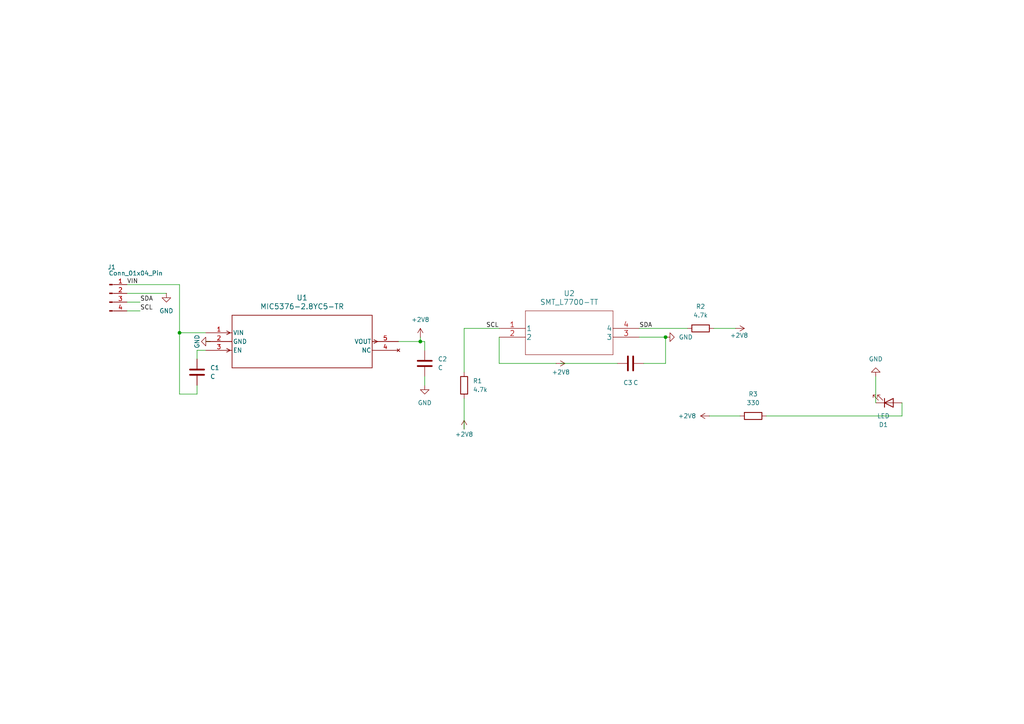
<source format=kicad_sch>
(kicad_sch (version 20250114) (generator "eeschema") (generator_version "9.0")
  (paper "A4")
  (lib_symbols
    (symbol "2026-01-29_01-01-31:MIC5376-2.8YC5-TR" (pin_names (offset 0.254))
      (property "Reference" "U" (at 27.94 10.16 0))
      (property "Value" "MIC5376-2.8YC5-TR" (at 27.94 7.62 0))
      (symbol "MIC5376-2.8YC5-TR_0_1"
        (polyline (pts (xy 7.0993 0) (xy 6.0579 0.5207)) (stroke (width 0.2032)))
        (polyline (pts (xy 7.0993 0) (xy 6.0579 -0.5207)) (stroke (width 0.2032)))
        (polyline (pts (xy 7.0993 -5.08) (xy 6.0579 -4.5593)) (stroke (width 0.2032)))
        (polyline (pts (xy 7.0993 -5.08) (xy 6.0579 -5.6007)) (stroke (width 0.2032)))
        (polyline (pts (xy 7.62 5.08) (xy 7.62 -10.16)) (stroke (width 0.2032)))
        (polyline (pts (xy 7.62 -10.16) (xy 48.26 -10.16)) (stroke (width 0.2032)))
        (polyline (pts (xy 48.26 5.08) (xy 7.62 5.08)) (stroke (width 0.2032)))
        (polyline (pts (xy 48.26 -10.16) (xy 48.26 5.08)) (stroke (width 0.2032)))
        (polyline (pts (xy 48.7807 -2.0193) (xy 49.8221 -2.54)) (stroke (width 0.2032)))
        (polyline (pts (xy 48.7807 -3.0607) (xy 49.8221 -2.54)) (stroke (width 0.2032)))
        (pin input line (at 0 0 0) (length 7.62) (name "VIN") (number "1"))
        (pin power_in line (at 0 -2.54 0) (length 7.62) (name "GND") (number "2"))
        (pin input line (at 0 -5.08 0) (length 7.62) (name "EN") (number "3"))
        (pin output line (at 55.88 -2.54 180) (length 7.62) (name "VOUT") (number "5"))
        (pin no_connect line (at 55.88 -5.08 180) (length 7.62) (name "NC") (number "4"))
      )
    )
    (symbol "Connector:Conn_01x04_Pin" (pin_names (offset 1.016) (hide yes))
      (property "Reference" "J" (at 0 5.08 0))
      (property "Value" "Conn_01x04_Pin" (at 0 -7.62 0))
      (symbol "Conn_01x04_Pin_1_1"
        (rectangle (start 0.8636 2.667) (end 0 2.413) (stroke (width 0.1524)) (fill (type outline)))
        (rectangle (start 0.8636 0.127) (end 0 -0.127) (stroke (width 0.1524)) (fill (type outline)))
        (rectangle (start 0.8636 -2.413) (end 0 -2.667) (stroke (width 0.1524)) (fill (type outline)))
        (rectangle (start 0.8636 -4.953) (end 0 -5.207) (stroke (width 0.1524)) (fill (type outline)))
        (polyline (pts (xy 1.27 2.54) (xy 0.8636 2.54)) (stroke (width 0.1524)))
        (polyline (pts (xy 1.27 0) (xy 0.8636 0)) (stroke (width 0.1524)))
        (polyline (pts (xy 1.27 -2.54) (xy 0.8636 -2.54)) (stroke (width 0.1524)))
        (polyline (pts (xy 1.27 -5.08) (xy 0.8636 -5.08)) (stroke (width 0.1524)))
        (pin passive line (at 5.08 2.54 180) (length 3.81) (name "Pin_1") (number "1"))
        (pin passive line (at 5.08 0 180) (length 3.81) (name "Pin_2") (number "2"))
        (pin passive line (at 5.08 -2.54 180) (length 3.81) (name "Pin_3") (number "3"))
        (pin passive line (at 5.08 -5.08 180) (length 3.81) (name "Pin_4") (number "4"))
      )
    )
    (symbol "Device:C" (pin_numbers (hide yes)) (pin_names (offset 0.254))
      (property "Reference" "C" (at 0.635 2.54 0))
      (property "Value" "C" (at 0.635 -2.54 0))
      (symbol "C_0_1"
        (polyline (pts (xy -2.032 0.762) (xy 2.032 0.762)) (stroke (width 0.508)))
        (polyline (pts (xy -2.032 -0.762) (xy 2.032 -0.762)) (stroke (width 0.508)))
      )
      (symbol "C_1_1"
        (pin passive line (at 0 3.81 270) (length 2.794) (name "~") (number "1"))
        (pin passive line (at 0 -3.81 90) (length 2.794) (name "~") (number "2"))
      )
    )
    (symbol "Device:LED" (pin_numbers (hide yes)) (pin_names (offset 1.016) (hide yes))
      (property "Reference" "D" (at 0 2.54 0))
      (property "Value" "LED" (at 0 -2.54 0))
      (symbol "LED_0_1"
        (polyline (pts (xy -3.048 -0.762) (xy -4.572 -2.286) (xy -3.81 -2.286) (xy -4.572 -2.286) (xy -4.572 -1.524)))
        (polyline (pts (xy -1.778 -0.762) (xy -3.302 -2.286) (xy -2.54 -2.286) (xy -3.302 -2.286) (xy -3.302 -1.524)))
        (polyline (pts (xy -1.27 0) (xy 1.27 0)))
        (polyline (pts (xy -1.27 -1.27) (xy -1.27 1.27)) (stroke (width 0.254)))
        (polyline (pts (xy 1.27 -1.27) (xy 1.27 1.27) (xy -1.27 0) (xy 1.27 -1.27)) (stroke (width 0.254)))
      )
      (symbol "LED_1_1"
        (pin passive line (at -3.81 0 0) (length 2.54) (name "K") (number "1"))
        (pin passive line (at 3.81 0 180) (length 2.54) (name "A") (number "2"))
      )
    )
    (symbol "Device:R" (pin_numbers (hide yes)) (pin_names (offset 0))
      (property "Reference" "R" (at 2.032 0 90))
      (property "Value" "R" (at 0 0 90))
      (symbol "R_0_1"
        (rectangle (start -1.016 -2.54) (end 1.016 2.54) (stroke (width 0.254)))
      )
      (symbol "R_1_1"
        (pin passive line (at 0 3.81 270) (length 1.27) (name "~") (number "1"))
        (pin passive line (at 0 -3.81 90) (length 1.27) (name "~") (number "2"))
      )
    )
    (symbol "power:+2V8" (power) (pin_numbers (hide yes)) (pin_names (offset 0) (hide yes))
      (property "Value" "+2V8" (at 0 3.556 0))
      (symbol "+2V8_0_1"
        (polyline (pts (xy -0.762 1.27) (xy 0 2.54)))
        (polyline (pts (xy 0 2.54) (xy 0.762 1.27)))
        (polyline (pts (xy 0 0) (xy 0 2.54)))
      )
      (symbol "+2V8_1_1"
        (pin power_in line (at 0 0 90) (length 0) (name "~") (number "1"))
      )
    )
    (symbol "power:GND" (power) (pin_numbers (hide yes)) (pin_names (offset 0) (hide yes))
      (property "Value" "GND" (at 0 -3.81 0))
      (symbol "GND_0_1"
        (polyline (pts (xy 0 0) (xy 0 -1.27) (xy 1.27 -1.27) (xy 0 -2.54) (xy -1.27 -1.27) (xy 0 -1.27)))
      )
      (symbol "GND_1_1"
        (pin power_in line (at 0 0 270) (length 0) (name "~") (number "1"))
      )
    )
    (symbol "veml7700:SMT_L7700-TT" (pin_names (offset 0.254))
      (property "Reference" "U" (at 20.32 10.16 0))
      (property "Value" "SMT_L7700-TT" (at 20.32 7.62 0))
      (symbol "SMT_L7700-TT_1_1"
        (polyline (pts (xy 7.62 5.08) (xy 7.62 -7.62)) (stroke (width 0.127)))
        (polyline (pts (xy 7.62 -7.62) (xy 33.02 -7.62)) (stroke (width 0.127)))
        (polyline (pts (xy 33.02 5.08) (xy 7.62 5.08)) (stroke (width 0.127)))
        (polyline (pts (xy 33.02 -7.62) (xy 33.02 5.08)) (stroke (width 0.127)))
        (pin unspecified line (at 0 0 0) (length 7.62) (name "1") (number "1"))
        (pin unspecified line (at 0 -2.54 0) (length 7.62) (name "2") (number "2"))
        (pin unspecified line (at 40.64 0 180) (length 7.62) (name "4") (number "4"))
        (pin unspecified line (at 40.64 -2.54 180) (length 7.62) (name "3") (number "3"))
      )
    )
  )
  (junction (at 193.04 97.79))
  (junction (at 121.92 99.06))
  (junction (at 52.07 96.52))
  (wire (pts (xy 115.57 99.06) (xy 121.92 99.06)))
  (wire (pts (xy 134.62 115.57) (xy 134.62 124.46)))
  (wire (pts (xy 144.78 105.41) (xy 161.29 105.41)))
  (wire (pts (xy 57.15 101.6) (xy 59.69 101.6)))
  (wire (pts (xy 254 109.22) (xy 254 116.84)))
  (wire (pts (xy 60.96 99.06) (xy 59.69 99.06)))
  (wire (pts (xy 185.42 97.79) (xy 193.04 97.79)))
  (wire (pts (xy 261.62 116.84) (xy 261.62 120.65)))
  (wire (pts (xy 52.07 114.3) (xy 57.15 114.3)))
  (wire (pts (xy 36.83 90.17) (xy 40.64 90.17)))
  (wire (pts (xy 52.07 96.52) (xy 52.07 114.3)))
  (wire (pts (xy 52.07 96.52) (xy 59.69 96.52)))
  (wire (pts (xy 36.83 85.09) (xy 48.26 85.09)))
  (wire (pts (xy 134.62 95.25) (xy 134.62 107.95)))
  (wire (pts (xy 144.78 97.79) (xy 144.78 105.41)))
  (wire (pts (xy 36.83 82.55) (xy 52.07 82.55)))
  (wire (pts (xy 144.78 95.25) (xy 134.62 95.25)))
  (wire (pts (xy 261.62 120.65) (xy 222.25 120.65)))
  (wire (pts (xy 36.83 87.63) (xy 40.64 87.63)))
  (wire (pts (xy 123.19 109.22) (xy 123.19 111.76)))
  (wire (pts (xy 121.92 99.06) (xy 121.92 97.79)))
  (wire (pts (xy 205.74 120.65) (xy 214.63 120.65)))
  (wire (pts (xy 57.15 104.14) (xy 57.15 101.6)))
  (wire (pts (xy 185.42 95.25) (xy 199.39 95.25)))
  (wire (pts (xy 162.56 105.41) (xy 179.07 105.41)))
  (wire (pts (xy 52.07 82.55) (xy 52.07 96.52)))
  (wire (pts (xy 193.04 105.41) (xy 193.04 97.79)))
  (wire (pts (xy 57.15 114.3) (xy 57.15 111.76)))
  (wire (pts (xy 207.01 95.25) (xy 213.36 95.25)))
  (wire (pts (xy 123.19 101.6) (xy 123.19 99.06)))
  (wire (pts (xy 186.69 105.41) (xy 193.04 105.41)))
  (wire (pts (xy 123.19 99.06) (xy 121.92 99.06)))
  (label "SDA" (at 185.42 95.25 0))
  (label "SCL" (at 140.97 95.25 0))
  (label "SCL" (at 40.64 90.17 0))
  (label "VIN" (at 36.83 82.55 0))
  (label "SDA" (at 40.64 87.63 0))
  (symbol (lib_id "2026-01-29_01-01-31:MIC5376-2.8YC5-TR") (at 59.69 96.52 0) (unit 1)
    (property "Reference" "U1" (at 87.63 86.36 0) (effects (font (size 1.524 1.524))))
    (property "Value" "MIC5376-2.8YC5-TR" (at 87.63 88.9 0) (effects (font (size 1.524 1.524))))
    (property "Footprint" "Package_TO_SOT_SMD:SOT-353_SC-70-5" (effects (hide yes)))
    (property "Datasheet" "MIC5376-2.8YC5-TR" (effects (hide yes)))
  )
  (symbol (lib_id "power:GND") (at 48.26 85.09 0) (unit 1)
    (property "Reference" "#PWR07" (effects (hide yes)))
    (property "Value" "GND" (at 48.26 90.17 0))
    (property "Description" "Power symbol creates a global label with name \"GND\" , ground" (effects (hide yes)))
  )
  (symbol (lib_id "power:GND") (at 193.04 97.79 90) (unit 1)
    (property "Reference" "#PWR04" (effects (hide yes)))
    (property "Value" "GND" (at 196.85 97.7899 90) (effects (justify right)))
    (property "Description" "Power symbol creates a global label with name \"GND\" , ground" (effects (hide yes)))
  )
  (symbol (lib_id "Connector:Conn_01x04_Pin") (at 31.75 85.09 0) (unit 1)
    (property "Reference" "J1" (at 32.385 77.47 0))
    (property "Value" "Conn_01x04_Pin" (at 39.37 79.248 0))
    (property "Footprint" "Connector_PinHeader_2.54mm:PinHeader_1x04_P2.54mm_Vertical" (effects (hide yes)))
    (property "Description" "Generic connector, single row, 01x04, script generated" (effects (hide yes)))
  )
  (symbol (lib_id "Device:LED") (at 257.81 116.84 0) (mirror x) (unit 1)
    (property "Reference" "D1" (at 256.2225 123.19 0))
    (property "Value" "LED" (at 256.2225 120.65 0))
    (property "Footprint" "LED_SMD:LED_0603_1608Metric" (effects (hide yes)))
    (property "Description" "Light emitting diode" (effects (hide yes)))
    (property "Sim.Pins" "1=K 2=A" (effects (hide yes)))
  )
  (symbol (lib_id "Device:C") (at 57.15 107.95 0) (unit 1)
    (property "Reference" "C1" (at 60.96 106.6799 0) (effects (justify left)))
    (property "Value" "C" (at 60.96 109.2199 0) (effects (justify left)))
    (property "Footprint" "Capacitor_SMD:C_0603_1608Metric" (effects (hide yes)))
    (property "Description" "Unpolarized capacitor" (effects (hide yes)))
  )
  (symbol (lib_id "Device:R") (at 134.62 111.76 0) (unit 1)
    (property "Reference" "R1" (at 137.16 110.4899 0) (effects (justify left)))
    (property "Value" "4.7k" (at 137.16 113.0299 0) (effects (justify left)))
    (property "Footprint" "Resistor_SMD:R_0603_1608Metric" (effects (hide yes)))
    (property "Description" "Resistor" (effects (hide yes)))
  )
  (symbol (lib_id "power:GND") (at 60.96 99.06 270) (unit 1)
    (property "Reference" "#PWR08" (effects (hide yes)))
    (property "Value" "GND" (at 57.15 99.06 0))
    (property "Description" "Power symbol creates a global label with name \"GND\" , ground" (effects (hide yes)))
  )
  (symbol (lib_id "Device:C") (at 123.19 105.41 0) (unit 1)
    (property "Reference" "C2" (at 127 104.1399 0) (effects (justify left)))
    (property "Value" "C" (at 127 106.6799 0) (effects (justify left)))
    (property "Footprint" "Capacitor_SMD:C_0603_1608Metric" (effects (hide yes)))
    (property "Description" "Unpolarized capacitor" (effects (hide yes)))
  )
  (symbol (lib_id "power:GND") (at 254 109.22 0) (mirror x) (unit 1)
    (property "Reference" "#PWR010" (effects (hide yes)))
    (property "Value" "GND" (at 254 104.14 0))
    (property "Description" "Power symbol creates a global label with name \"GND\" , ground" (effects (hide yes)))
  )
  (symbol (lib_id "power:+2V8") (at 213.36 95.25 270) (unit 1)
    (property "Reference" "#PWR06" (effects (hide yes)))
    (property "Value" "+2V8" (at 214.376 97.282 90))
    (property "Description" "Power symbol creates a global label with name \"+2V8\"" (effects (hide yes)))
  )
  (symbol (lib_id "Device:R") (at 218.44 120.65 90) (unit 1)
    (property "Reference" "R3" (at 218.44 114.3 90))
    (property "Value" "330" (at 218.44 116.84 90))
    (property "Footprint" "Resistor_SMD:R_0603_1608Metric" (effects (hide yes)))
    (property "Description" "Resistor" (effects (hide yes)))
  )
  (symbol (lib_id "Device:R") (at 203.2 95.25 90) (unit 1)
    (property "Reference" "R2" (at 203.2 88.9 90))
    (property "Value" "4.7k" (at 203.2 91.44 90))
    (property "Footprint" "Resistor_SMD:R_0603_1608Metric" (effects (hide yes)))
    (property "Description" "Resistor" (effects (hide yes)))
  )
  (symbol (lib_id "power:+2V8") (at 134.62 124.46 0) (unit 1)
    (property "Reference" "#PWR05" (effects (hide yes)))
    (property "Value" "+2V8" (at 134.62 125.984 0))
    (property "Description" "Power symbol creates a global label with name \"+2V8\"" (effects (hide yes)))
  )
  (symbol (lib_id "power:GND") (at 123.19 111.76 0) (unit 1)
    (property "Reference" "#PWR02" (effects (hide yes)))
    (property "Value" "GND" (at 123.19 116.84 0))
    (property "Description" "Power symbol creates a global label with name \"GND\" , ground" (effects (hide yes)))
  )
  (symbol (lib_id "power:+2V8") (at 205.74 120.65 90) (unit 1)
    (property "Reference" "#PWR09" (effects (hide yes)))
    (property "Value" "+2V8" (at 201.93 120.6499 90) (effects (justify left)))
    (property "Description" "Power symbol creates a global label with name \"+2V8\"" (effects (hide yes)))
  )
  (symbol (lib_id "veml7700:SMT_L7700-TT") (at 144.78 95.25 0) (unit 1)
    (property "Reference" "U2" (at 165.1 85.09 0) (effects (font (size 1.524 1.524))))
    (property "Value" "SMT_L7700-TT" (at 165.1 87.63 0) (effects (font (size 1.524 1.524))))
    (property "Footprint" "VEML7700-TR:VEML7700-TR" (effects (hide yes)))
  )
  (symbol (lib_id "Device:C") (at 182.88 105.41 270) (unit 1)
    (property "Reference" "C3" (at 182.118 110.998 90))
    (property "Value" "C" (at 184.404 110.998 90))
    (property "Footprint" "Capacitor_SMD:C_0603_1608Metric" (effects (hide yes)))
    (property "Description" "Unpolarized capacitor" (effects (hide yes)))
  )
  (symbol (lib_id "power:+2V8") (at 161.29 105.41 270) (unit 1)
    (property "Reference" "#PWR03" (effects (hide yes)))
    (property "Value" "+2V8" (at 160.02 107.95 90) (effects (justify left)))
    (property "Description" "Power symbol creates a global label with name \"+2V8\"" (effects (hide yes)))
  )
  (symbol (lib_id "power:+2V8") (at 121.92 97.79 0) (unit 1)
    (property "Reference" "#PWR01" (effects (hide yes)))
    (property "Value" "+2V8" (at 121.92 92.71 0))
    (property "Description" "Power symbol creates a global label with name \"+2V8\"" (effects (hide yes)))
  )
)
</source>
